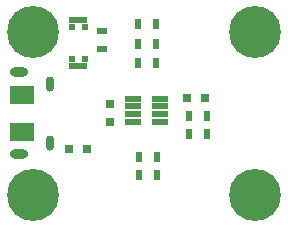
<source format=gbr>
G04 #@! TF.GenerationSoftware,KiCad,Pcbnew,(5.1.9)-1*
G04 #@! TF.CreationDate,2021-01-27T13:34:44-08:00*
G04 #@! TF.ProjectId,AnalogFaderV1,416e616c-6f67-4466-9164-657256312e6b,rev?*
G04 #@! TF.SameCoordinates,Original*
G04 #@! TF.FileFunction,Soldermask,Bot*
G04 #@! TF.FilePolarity,Negative*
%FSLAX46Y46*%
G04 Gerber Fmt 4.6, Leading zero omitted, Abs format (unit mm)*
G04 Created by KiCad (PCBNEW (5.1.9)-1) date 2021-01-27 13:34:44*
%MOMM*%
%LPD*%
G01*
G04 APERTURE LIST*
%ADD10C,4.399999*%
%ADD11R,0.575000X0.600000*%
%ADD12R,1.650000X0.600000*%
%ADD13O,0.650000X1.300000*%
%ADD14O,1.550000X0.775000*%
%ADD15R,0.800000X0.750000*%
%ADD16R,0.750000X0.800000*%
%ADD17R,2.030000X1.650000*%
%ADD18R,0.500000X0.900000*%
%ADD19R,0.900000X0.500000*%
%ADD20R,1.370000X0.490000*%
G04 APERTURE END LIST*
D10*
X112915700Y-55791100D03*
X131749800Y-55791100D03*
X131749800Y-41986200D03*
X112915700Y-41986200D03*
D11*
X117314000Y-44288700D03*
X116239000Y-44288700D03*
X117314000Y-41588700D03*
D12*
X116776500Y-40988700D03*
X116776500Y-44888700D03*
D11*
X116239000Y-41588700D03*
D13*
X114406900Y-46389900D03*
X114406900Y-51389900D03*
D14*
X111706900Y-45389900D03*
X111706900Y-52389900D03*
D15*
X126008000Y-47637700D03*
X127508000Y-47637700D03*
D16*
X119405400Y-48106200D03*
X119405400Y-49606200D03*
D15*
X116001100Y-51968400D03*
X117501100Y-51968400D03*
D17*
X111963200Y-50482500D03*
X111963200Y-47322500D03*
D18*
X123393200Y-54140100D03*
X121893200Y-54140100D03*
X121893200Y-52578000D03*
X123393200Y-52578000D03*
X127673100Y-50673000D03*
X126173100Y-50673000D03*
X126173100Y-49123600D03*
X127673100Y-49123600D03*
X121818400Y-44640500D03*
X123318400Y-44640500D03*
X123329700Y-43002200D03*
X121829700Y-43002200D03*
X121829700Y-41363900D03*
X123329700Y-41363900D03*
D19*
X118732300Y-43459400D03*
X118732300Y-41959400D03*
D20*
X123673900Y-48323500D03*
X123673900Y-48973500D03*
X123673900Y-49623500D03*
X123673900Y-47673500D03*
X121373900Y-48973500D03*
X121373900Y-48323500D03*
X121373900Y-47673500D03*
X121373900Y-49623500D03*
M02*

</source>
